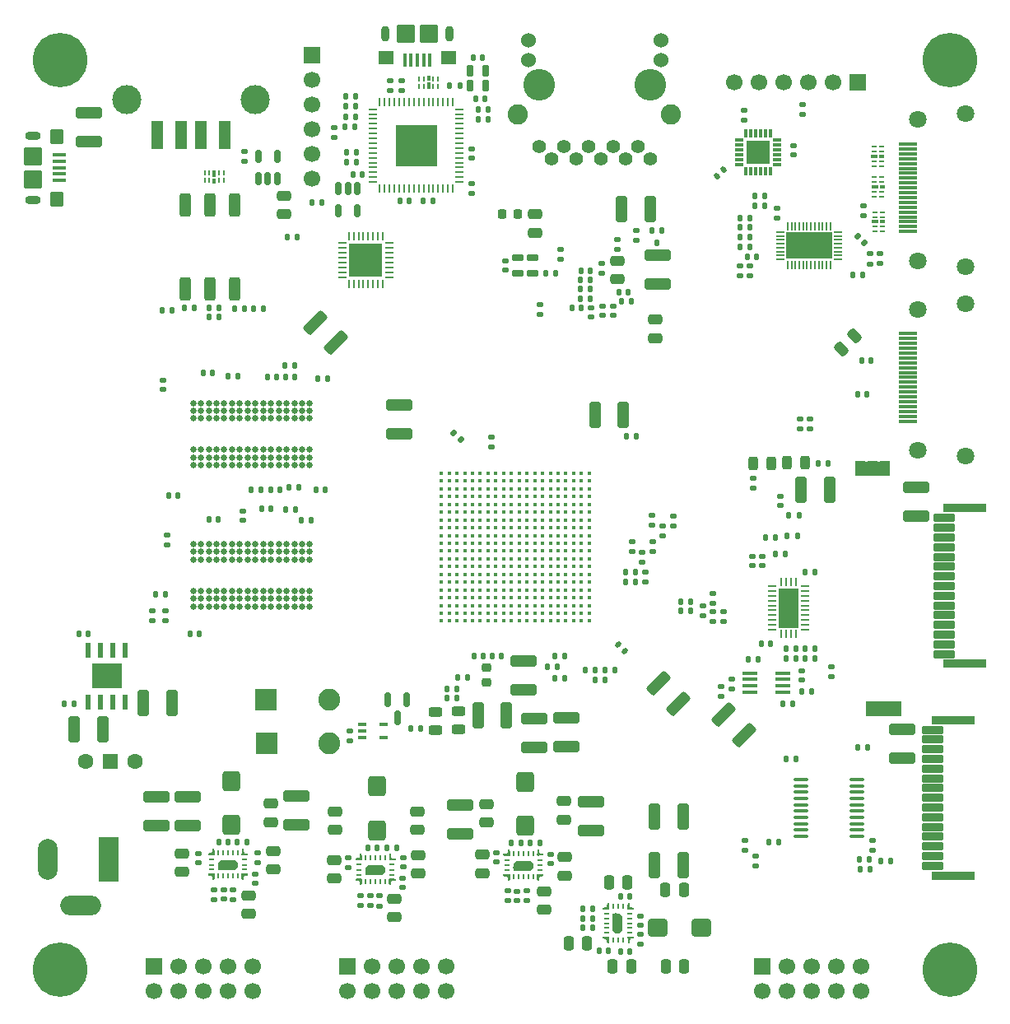
<source format=gbr>
%TF.GenerationSoftware,KiCad,Pcbnew,9.0.4*%
%TF.CreationDate,2025-11-16T17:21:23-06:00*%
%TF.ProjectId,zynq_test,7a796e71-5f74-4657-9374-2e6b69636164,rev?*%
%TF.SameCoordinates,Original*%
%TF.FileFunction,Soldermask,Top*%
%TF.FilePolarity,Negative*%
%FSLAX46Y46*%
G04 Gerber Fmt 4.6, Leading zero omitted, Abs format (unit mm)*
G04 Created by KiCad (PCBNEW 9.0.4) date 2025-11-16 17:21:23*
%MOMM*%
%LPD*%
G01*
G04 APERTURE LIST*
G04 Aperture macros list*
%AMRoundRect*
0 Rectangle with rounded corners*
0 $1 Rounding radius*
0 $2 $3 $4 $5 $6 $7 $8 $9 X,Y pos of 4 corners*
0 Add a 4 corners polygon primitive as box body*
4,1,4,$2,$3,$4,$5,$6,$7,$8,$9,$2,$3,0*
0 Add four circle primitives for the rounded corners*
1,1,$1+$1,$2,$3*
1,1,$1+$1,$4,$5*
1,1,$1+$1,$6,$7*
1,1,$1+$1,$8,$9*
0 Add four rect primitives between the rounded corners*
20,1,$1+$1,$2,$3,$4,$5,0*
20,1,$1+$1,$4,$5,$6,$7,0*
20,1,$1+$1,$6,$7,$8,$9,0*
20,1,$1+$1,$8,$9,$2,$3,0*%
%AMFreePoly0*
4,1,5,0.125000,-0.350000,-0.125000,-0.350000,-0.125000,0.350000,0.125000,0.350000,0.125000,-0.350000,0.125000,-0.350000,$1*%
%AMFreePoly1*
4,1,15,0.224099,1.001301,0.428996,0.784700,0.475000,0.734901,0.475000,-0.734900,0.429001,-0.784697,0.224099,-1.001298,0.174097,-1.050000,-0.174099,-1.050000,-0.224099,-1.001301,-0.428999,-0.784700,-0.474998,-0.734900,-0.474998,1.000001,-0.424998,1.050001,0.174102,1.050001,0.224099,1.001301,0.224099,1.001301,$1*%
G04 Aperture macros list end*
%ADD10C,0.000000*%
%ADD11RoundRect,0.250000X-1.100000X0.325000X-1.100000X-0.325000X1.100000X-0.325000X1.100000X0.325000X0*%
%ADD12RoundRect,0.250000X-0.475000X0.250000X-0.475000X-0.250000X0.475000X-0.250000X0.475000X0.250000X0*%
%ADD13RoundRect,0.250000X0.325000X1.100000X-0.325000X1.100000X-0.325000X-1.100000X0.325000X-1.100000X0*%
%ADD14RoundRect,0.135000X0.185000X-0.135000X0.185000X0.135000X-0.185000X0.135000X-0.185000X-0.135000X0*%
%ADD15RoundRect,0.250000X-0.750000X-0.650000X0.750000X-0.650000X0.750000X0.650000X-0.750000X0.650000X0*%
%ADD16RoundRect,0.125000X-0.125000X0.175000X-0.125000X-0.175000X0.125000X-0.175000X0.125000X0.175000X0*%
%ADD17RoundRect,0.243750X-0.243750X-0.456250X0.243750X-0.456250X0.243750X0.456250X-0.243750X0.456250X0*%
%ADD18RoundRect,0.140000X-0.140000X-0.170000X0.140000X-0.170000X0.140000X0.170000X-0.140000X0.170000X0*%
%ADD19RoundRect,0.135000X-0.135000X-0.185000X0.135000X-0.185000X0.135000X0.185000X-0.135000X0.185000X0*%
%ADD20RoundRect,0.135000X-0.185000X0.135000X-0.185000X-0.135000X0.185000X-0.135000X0.185000X0.135000X0*%
%ADD21RoundRect,0.140000X0.140000X0.170000X-0.140000X0.170000X-0.140000X-0.170000X0.140000X-0.170000X0*%
%ADD22RoundRect,0.243750X0.456250X-0.243750X0.456250X0.243750X-0.456250X0.243750X-0.456250X-0.243750X0*%
%ADD23RoundRect,0.140000X-0.170000X0.140000X-0.170000X-0.140000X0.170000X-0.140000X0.170000X0.140000X0*%
%ADD24RoundRect,0.135000X0.135000X0.185000X-0.135000X0.185000X-0.135000X-0.185000X0.135000X-0.185000X0*%
%ADD25FreePoly0,270.000000*%
%ADD26C,0.258747*%
%ADD27FreePoly0,0.000000*%
%ADD28R,0.599999X0.249999*%
%ADD29FreePoly0,90.000000*%
%ADD30R,0.249999X0.599999*%
%ADD31FreePoly0,180.000000*%
%ADD32C,0.499999*%
%ADD33FreePoly1,0.000000*%
%ADD34RoundRect,0.225000X-0.225000X-0.250000X0.225000X-0.250000X0.225000X0.250000X-0.225000X0.250000X0*%
%ADD35RoundRect,0.135000X0.226274X0.035355X0.035355X0.226274X-0.226274X-0.035355X-0.035355X-0.226274X0*%
%ADD36RoundRect,0.140000X0.170000X-0.140000X0.170000X0.140000X-0.170000X0.140000X-0.170000X-0.140000X0*%
%ADD37RoundRect,0.250000X-0.325000X-1.100000X0.325000X-1.100000X0.325000X1.100000X-0.325000X1.100000X0*%
%ADD38RoundRect,0.140000X-0.021213X0.219203X-0.219203X0.021213X0.021213X-0.219203X0.219203X-0.021213X0*%
%ADD39C,0.400000*%
%ADD40R,0.812800X0.254000*%
%ADD41R,0.254000X0.812800*%
%ADD42R,2.108200X4.089400*%
%ADD43RoundRect,0.250000X0.250000X0.475000X-0.250000X0.475000X-0.250000X-0.475000X0.250000X-0.475000X0*%
%ADD44RoundRect,0.250000X-0.159099X0.512652X-0.512652X0.159099X0.159099X-0.512652X0.512652X-0.159099X0*%
%ADD45RoundRect,0.150000X-0.150000X0.587500X-0.150000X-0.587500X0.150000X-0.587500X0.150000X0.587500X0*%
%ADD46R,1.700000X1.700000*%
%ADD47C,1.700000*%
%ADD48R,1.250000X3.000000*%
%ADD49C,3.000000*%
%ADD50C,5.600000*%
%ADD51RoundRect,0.105000X-0.495000X0.245000X-0.495000X-0.245000X0.495000X-0.245000X0.495000X0.245000X0*%
%ADD52R,1.600000X0.300000*%
%ADD53R,1.500000X1.500000*%
%ADD54C,1.600000*%
%ADD55RoundRect,0.250000X1.007627X0.548008X0.548008X1.007627X-1.007627X-0.548008X-0.548008X-1.007627X0*%
%ADD56RoundRect,0.250000X1.100000X-0.325000X1.100000X0.325000X-1.100000X0.325000X-1.100000X-0.325000X0*%
%ADD57R,0.625000X0.250000*%
%ADD58R,0.700000X0.450000*%
%ADD59R,0.575000X0.450000*%
%ADD60RoundRect,0.062500X-0.062500X0.337500X-0.062500X-0.337500X0.062500X-0.337500X0.062500X0.337500X0*%
%ADD61RoundRect,0.062500X-0.337500X0.062500X-0.337500X-0.062500X0.337500X-0.062500X0.337500X0.062500X0*%
%ADD62R,4.350000X4.350000*%
%ADD63RoundRect,0.140000X-0.219203X-0.021213X-0.021213X-0.219203X0.219203X0.021213X0.021213X0.219203X0*%
%ADD64R,1.000000X1.500000*%
%ADD65R,2.250000X2.250000*%
%ADD66C,2.250000*%
%ADD67FreePoly1,90.000000*%
%ADD68RoundRect,0.102000X1.000000X-0.300000X1.000000X0.300000X-1.000000X0.300000X-1.000000X-0.300000X0*%
%ADD69RoundRect,0.102000X2.100000X-0.350000X2.100000X0.350000X-2.100000X0.350000X-2.100000X-0.350000X0*%
%ADD70C,0.634000*%
%ADD71RoundRect,0.243750X0.243750X0.456250X-0.243750X0.456250X-0.243750X-0.456250X0.243750X-0.456250X0*%
%ADD72RoundRect,0.075000X-0.362500X-0.075000X0.362500X-0.075000X0.362500X0.075000X-0.362500X0.075000X0*%
%ADD73RoundRect,0.075000X-0.075000X-0.362500X0.075000X-0.362500X0.075000X0.362500X-0.075000X0.362500X0*%
%ADD74R,2.450000X2.450000*%
%ADD75RoundRect,0.250000X0.650000X-0.750000X0.650000X0.750000X-0.650000X0.750000X-0.650000X-0.750000X0*%
%ADD76R,0.600000X1.550000*%
%ADD77R,3.100000X2.600000*%
%ADD78RoundRect,0.150000X0.150000X-0.512500X0.150000X0.512500X-0.150000X0.512500X-0.150000X-0.512500X0*%
%ADD79RoundRect,0.105000X0.245000X0.495000X-0.245000X0.495000X-0.245000X-0.495000X0.245000X-0.495000X0*%
%ADD80RoundRect,0.050000X-0.362500X-0.050000X0.362500X-0.050000X0.362500X0.050000X-0.362500X0.050000X0*%
%ADD81RoundRect,0.050000X-0.050000X-0.362500X0.050000X-0.362500X0.050000X0.362500X-0.050000X0.362500X0*%
%ADD82R,4.700000X2.700000*%
%ADD83R,0.250000X0.625000*%
%ADD84R,0.450000X0.700000*%
%ADD85R,0.450000X0.575000*%
%ADD86RoundRect,0.062500X0.337500X0.062500X-0.337500X0.062500X-0.337500X-0.062500X0.337500X-0.062500X0*%
%ADD87RoundRect,0.062500X0.062500X0.337500X-0.062500X0.337500X-0.062500X-0.337500X0.062500X-0.337500X0*%
%ADD88R,3.500000X3.500000*%
%ADD89C,3.251200*%
%ADD90C,1.397000*%
%ADD91C,1.524000*%
%ADD92C,2.082800*%
%ADD93RoundRect,0.250000X-1.007627X-0.548008X-0.548008X-1.007627X1.007627X0.548008X0.548008X1.007627X0*%
%ADD94RoundRect,0.250000X0.310000X-0.970000X0.310000X0.970000X-0.310000X0.970000X-0.310000X-0.970000X0*%
%ADD95R,2.000000X4.600000*%
%ADD96O,2.000000X4.200000*%
%ADD97O,4.200000X2.000000*%
%ADD98RoundRect,0.225000X0.250000X-0.225000X0.250000X0.225000X-0.250000X0.225000X-0.250000X-0.225000X0*%
%ADD99RoundRect,0.100000X-0.575000X0.100000X-0.575000X-0.100000X0.575000X-0.100000X0.575000X0.100000X0*%
%ADD100O,1.600000X0.900000*%
%ADD101RoundRect,0.250000X-0.450000X0.550000X-0.450000X-0.550000X0.450000X-0.550000X0.450000X0.550000X0*%
%ADD102RoundRect,0.250000X-0.700000X0.700000X-0.700000X-0.700000X0.700000X-0.700000X0.700000X0.700000X0*%
%ADD103RoundRect,0.150000X-0.150000X0.512500X-0.150000X-0.512500X0.150000X-0.512500X0.150000X0.512500X0*%
%ADD104RoundRect,0.100000X-0.350000X-0.100000X0.350000X-0.100000X0.350000X0.100000X-0.350000X0.100000X0*%
%ADD105RoundRect,0.100000X0.100000X0.575000X-0.100000X0.575000X-0.100000X-0.575000X0.100000X-0.575000X0*%
%ADD106O,0.900000X1.600000*%
%ADD107RoundRect,0.250000X0.550000X0.450000X-0.550000X0.450000X-0.550000X-0.450000X0.550000X-0.450000X0*%
%ADD108RoundRect,0.250000X0.700000X0.700000X-0.700000X0.700000X-0.700000X-0.700000X0.700000X-0.700000X0*%
%ADD109R,1.900000X0.300000*%
%ADD110C,1.800000*%
%ADD111RoundRect,0.100000X-0.637500X-0.100000X0.637500X-0.100000X0.637500X0.100000X-0.637500X0.100000X0*%
G04 APERTURE END LIST*
D10*
%TO.C,U1403*%
G36*
X138535001Y-125590002D02*
G01*
X138585003Y-125640000D01*
X138585001Y-126165000D01*
X138535001Y-126215002D01*
X138060000Y-126215000D01*
X138010000Y-126165000D01*
X138010000Y-126015000D01*
X138060000Y-125965000D01*
X138235001Y-125965000D01*
X138335001Y-125865001D01*
X138335001Y-125640002D01*
X138385001Y-125590000D01*
X138535001Y-125590002D01*
G37*
G36*
X138585001Y-129015002D02*
G01*
X138585003Y-129540000D01*
X138535001Y-129590002D01*
X138385001Y-129590002D01*
X138334999Y-129540002D01*
X138335001Y-129315001D01*
X138234999Y-129215002D01*
X138060000Y-129215002D01*
X138010000Y-129165002D01*
X138010000Y-129015002D01*
X138060000Y-128965002D01*
X138535001Y-128965000D01*
X138585001Y-129015002D01*
G37*
G36*
X140685001Y-125640000D02*
G01*
X140684999Y-125865001D01*
X140785001Y-125965000D01*
X140960000Y-125965000D01*
X141010000Y-126015000D01*
X141010000Y-126165000D01*
X140960000Y-126215000D01*
X140484999Y-126215002D01*
X140434999Y-126165000D01*
X140434997Y-125640002D01*
X140484999Y-125590000D01*
X140634999Y-125590000D01*
X140685001Y-125640000D01*
G37*
%TO.C,JP1601*%
G36*
X166000000Y-104770000D02*
G01*
X167600000Y-104770000D01*
X167600000Y-106270000D01*
X166000000Y-106270000D01*
X166000000Y-104770000D01*
G37*
%TO.C,U1401*%
G36*
X128354999Y-120150000D02*
G01*
X128355001Y-120625001D01*
X128304999Y-120675001D01*
X127780001Y-120675003D01*
X127729999Y-120625001D01*
X127729999Y-120475001D01*
X127779999Y-120424999D01*
X128005000Y-120425001D01*
X128104999Y-120324999D01*
X128104999Y-120150000D01*
X128154999Y-120100000D01*
X128304999Y-120100000D01*
X128354999Y-120150000D01*
G37*
G36*
X128304999Y-122524999D02*
G01*
X128355001Y-122574999D01*
X128354999Y-123050000D01*
X128304999Y-123100000D01*
X128154999Y-123100000D01*
X128104999Y-123050000D01*
X128104999Y-122874999D01*
X128005000Y-122774999D01*
X127780001Y-122774999D01*
X127729999Y-122724999D01*
X127730001Y-122574999D01*
X127779999Y-122524997D01*
X128304999Y-122524999D01*
G37*
G36*
X131730001Y-122574999D02*
G01*
X131730001Y-122724999D01*
X131680001Y-122775001D01*
X131455000Y-122774999D01*
X131355001Y-122875001D01*
X131355001Y-123050000D01*
X131305001Y-123100000D01*
X131155001Y-123100000D01*
X131105001Y-123050000D01*
X131104999Y-122574999D01*
X131155001Y-122524999D01*
X131679999Y-122524997D01*
X131730001Y-122574999D01*
G37*
%TO.C,U1405*%
G36*
X97975000Y-120080001D02*
G01*
X97975002Y-120555002D01*
X97925000Y-120605002D01*
X97400002Y-120605004D01*
X97350000Y-120555002D01*
X97350000Y-120405002D01*
X97400000Y-120355000D01*
X97625001Y-120355002D01*
X97725000Y-120255000D01*
X97725000Y-120080001D01*
X97775000Y-120030001D01*
X97925000Y-120030001D01*
X97975000Y-120080001D01*
G37*
G36*
X97925000Y-122455000D02*
G01*
X97975002Y-122505000D01*
X97975000Y-122980001D01*
X97925000Y-123030001D01*
X97775000Y-123030001D01*
X97725000Y-122980001D01*
X97725000Y-122805000D01*
X97625001Y-122705000D01*
X97400002Y-122705000D01*
X97350000Y-122655000D01*
X97350002Y-122505000D01*
X97400000Y-122454998D01*
X97925000Y-122455000D01*
G37*
G36*
X101350002Y-122505000D02*
G01*
X101350002Y-122655000D01*
X101300002Y-122705002D01*
X101075001Y-122705000D01*
X100975002Y-122805002D01*
X100975002Y-122980001D01*
X100925002Y-123030001D01*
X100775002Y-123030001D01*
X100725002Y-122980001D01*
X100725000Y-122505000D01*
X100775002Y-122455000D01*
X101300000Y-122454998D01*
X101350002Y-122505000D01*
G37*
%TO.C,JP1701*%
G36*
X164840000Y-80090000D02*
G01*
X166440000Y-80090000D01*
X166440000Y-81590000D01*
X164840000Y-81590000D01*
X164840000Y-80090000D01*
G37*
%TO.C,U1402*%
G36*
X113150001Y-120620000D02*
G01*
X113150003Y-121095001D01*
X113100001Y-121145001D01*
X112575003Y-121145003D01*
X112525001Y-121095001D01*
X112525001Y-120945001D01*
X112575001Y-120894999D01*
X112800002Y-120895001D01*
X112900001Y-120794999D01*
X112900001Y-120620000D01*
X112950001Y-120570000D01*
X113100001Y-120570000D01*
X113150001Y-120620000D01*
G37*
G36*
X113100001Y-122994999D02*
G01*
X113150003Y-123044999D01*
X113150001Y-123520000D01*
X113100001Y-123570000D01*
X112950001Y-123570000D01*
X112900001Y-123520000D01*
X112900001Y-123344999D01*
X112800002Y-123244999D01*
X112575003Y-123244999D01*
X112525001Y-123194999D01*
X112525003Y-123044999D01*
X112575001Y-122994997D01*
X113100001Y-122994999D01*
G37*
G36*
X116525003Y-123044999D02*
G01*
X116525003Y-123194999D01*
X116475003Y-123245001D01*
X116250002Y-123244999D01*
X116150003Y-123345001D01*
X116150003Y-123520000D01*
X116100003Y-123570000D01*
X115950003Y-123570000D01*
X115900003Y-123520000D01*
X115900001Y-123044999D01*
X115950003Y-122994999D01*
X116475001Y-122994997D01*
X116525003Y-123044999D01*
G37*
%TD*%
D11*
%TO.C,C1445*%
X92000000Y-114625000D03*
X92000000Y-117575000D03*
%TD*%
%TO.C,C1444*%
X95200000Y-114625000D03*
X95200000Y-117575000D03*
%TD*%
D12*
%TO.C,C1007*%
X105080000Y-52750000D03*
X105080000Y-54650000D03*
%TD*%
%TO.C,C1402*%
X110270000Y-121090000D03*
X110270000Y-122990000D03*
%TD*%
%TO.C,C1427*%
X125980000Y-115330000D03*
X125980000Y-117230000D03*
%TD*%
D13*
%TO.C,C603*%
X146150000Y-116600000D03*
X143200000Y-116600000D03*
%TD*%
D14*
%TO.C,R813*%
X158210000Y-76750000D03*
X158210000Y-75730000D03*
%TD*%
D15*
%TO.C,L1403*%
X143550000Y-128050000D03*
X148050000Y-128050000D03*
%TD*%
D14*
%TO.C,R1207*%
X153650000Y-121710000D03*
X153650000Y-120690000D03*
%TD*%
D16*
%TO.C,Q1101*%
X143940000Y-56330000D03*
X142940000Y-56330000D03*
X143440000Y-57630000D03*
%TD*%
D17*
%TO.C,D1302*%
X153372500Y-80260000D03*
X155247500Y-80260000D03*
%TD*%
D18*
%TO.C,C703*%
X119440000Y-53300000D03*
X120400000Y-53300000D03*
%TD*%
D19*
%TO.C,R708*%
X111420000Y-43560000D03*
X112440000Y-43560000D03*
%TD*%
D20*
%TO.C,R1208*%
X152550000Y-119040000D03*
X152550000Y-120060000D03*
%TD*%
D14*
%TO.C,R833*%
X165380000Y-59770000D03*
X165380000Y-58750000D03*
%TD*%
D12*
%TO.C,C1446*%
X103750000Y-115300000D03*
X103750000Y-117200000D03*
%TD*%
D21*
%TO.C,C538*%
X107870000Y-86170000D03*
X106910000Y-86170000D03*
%TD*%
D20*
%TO.C,R1409*%
X130050000Y-124270000D03*
X130050000Y-125290000D03*
%TD*%
D21*
%TO.C,C517*%
X109580000Y-71560000D03*
X108620000Y-71560000D03*
%TD*%
D19*
%TO.C,R1202*%
X166490000Y-121210000D03*
X167510000Y-121210000D03*
%TD*%
D22*
%TO.C,D1401*%
X120720000Y-107717500D03*
X120720000Y-105842500D03*
%TD*%
D21*
%TO.C,C532*%
X96420000Y-97810000D03*
X95460000Y-97810000D03*
%TD*%
D19*
%TO.C,R1721*%
X156770000Y-100400000D03*
X157790000Y-100400000D03*
%TD*%
D23*
%TO.C,C527*%
X92660000Y-71750000D03*
X92660000Y-72710000D03*
%TD*%
D14*
%TO.C,R1730*%
X161440000Y-102210000D03*
X161440000Y-101190000D03*
%TD*%
D24*
%TO.C,R1203*%
X165340000Y-121060000D03*
X164320000Y-121060000D03*
%TD*%
D21*
%TO.C,C519*%
X100340000Y-71320000D03*
X99380000Y-71320000D03*
%TD*%
D25*
%TO.C,U1403*%
X138230000Y-126090001D03*
D26*
X138350000Y-125990001D03*
D27*
X138460000Y-125865003D03*
D28*
X138310000Y-126590000D03*
X138310000Y-127090002D03*
X138310000Y-127590001D03*
X138310000Y-128090000D03*
X138310000Y-128590002D03*
D29*
X138240000Y-129090001D03*
D26*
X138360000Y-129190001D03*
D27*
X138460000Y-129310001D03*
D30*
X138960001Y-129290000D03*
X139460000Y-129290000D03*
X140009999Y-129290000D03*
D31*
X140560000Y-129320001D03*
D26*
X140578748Y-129158751D03*
X140680000Y-129194999D03*
D29*
X140790000Y-129090001D03*
D28*
X140710000Y-128590002D03*
X140710000Y-128090000D03*
X140710000Y-127590001D03*
X140710000Y-127090002D03*
X140710000Y-126590000D03*
D31*
X140560000Y-125860001D03*
D26*
X140660000Y-125980001D03*
D25*
X140789373Y-126090001D03*
D30*
X140009999Y-125890002D03*
X139460000Y-125890002D03*
X138960001Y-125890002D03*
D32*
X139210001Y-126800000D03*
X139210001Y-127350001D03*
X139210001Y-127900000D03*
D33*
X139434999Y-127590009D03*
D32*
X139660000Y-127075001D03*
X139660000Y-127625002D03*
X139660000Y-128175001D03*
%TD*%
D34*
%TO.C,L1101*%
X127585000Y-54630000D03*
X129135000Y-54630000D03*
%TD*%
D23*
%TO.C,C536*%
X93090000Y-87690000D03*
X93090000Y-88650000D03*
%TD*%
D35*
%TO.C,R206*%
X123290624Y-77870624D03*
X122569376Y-77149376D03*
%TD*%
D20*
%TO.C,R805*%
X164680000Y-53790000D03*
X164680000Y-54810000D03*
%TD*%
D18*
%TO.C,C1116*%
X135630000Y-62370000D03*
X136590000Y-62370000D03*
%TD*%
D21*
%TO.C,C502*%
X106270000Y-85050000D03*
X105310000Y-85050000D03*
%TD*%
D18*
%TO.C,C525*%
X108380000Y-83010000D03*
X109340000Y-83010000D03*
%TD*%
D12*
%TO.C,C1441*%
X101510000Y-124710000D03*
X101510000Y-126610000D03*
%TD*%
D36*
%TO.C,C1102*%
X138950000Y-65090000D03*
X138950000Y-64130000D03*
%TD*%
D37*
%TO.C,C542*%
X90655000Y-104900000D03*
X93605000Y-104900000D03*
%TD*%
D24*
%TO.C,R712*%
X112590000Y-48260000D03*
X111570000Y-48260000D03*
%TD*%
D19*
%TO.C,R718*%
X125080000Y-44900000D03*
X126100000Y-44900000D03*
%TD*%
D35*
%TO.C,R804*%
X164840624Y-57650624D03*
X164119376Y-56929376D03*
%TD*%
D38*
%TO.C,C901*%
X150339411Y-50110589D03*
X149660589Y-50789411D03*
%TD*%
D19*
%TO.C,R203*%
X97440000Y-65250000D03*
X98460000Y-65250000D03*
%TD*%
D36*
%TO.C,C1707*%
X158370000Y-102580000D03*
X158370000Y-101620000D03*
%TD*%
D24*
%TO.C,R1608*%
X133984750Y-102384750D03*
X132964750Y-102384750D03*
%TD*%
%TO.C,R818*%
X153010000Y-58020000D03*
X151990000Y-58020000D03*
%TD*%
D21*
%TO.C,C1411*%
X140710000Y-124870000D03*
X139750000Y-124870000D03*
%TD*%
D39*
%TO.C,U202*%
X121300000Y-81310000D03*
X122100000Y-81310000D03*
X122900000Y-81310000D03*
X123700000Y-81310000D03*
X124500000Y-81310000D03*
X125300000Y-81310000D03*
X126100000Y-81310000D03*
X126900000Y-81310000D03*
X127700000Y-81310000D03*
X128500000Y-81310000D03*
X129300000Y-81310000D03*
X130100000Y-81310000D03*
X130900000Y-81310000D03*
X131700000Y-81310000D03*
X132500000Y-81310000D03*
X133300000Y-81310000D03*
X134100000Y-81310000D03*
X134900000Y-81310000D03*
X135700000Y-81310000D03*
X136500000Y-81310000D03*
X121300000Y-82110000D03*
X122100000Y-82110000D03*
X122900000Y-82110000D03*
X123700000Y-82110000D03*
X124500000Y-82110000D03*
X125300000Y-82110000D03*
X126100000Y-82110000D03*
X126900000Y-82110000D03*
X127700000Y-82110000D03*
X128500000Y-82110000D03*
X129300000Y-82110000D03*
X130100000Y-82110000D03*
X130900000Y-82110000D03*
X131700000Y-82110000D03*
X132500000Y-82110000D03*
X133300000Y-82110000D03*
X134100000Y-82110000D03*
X134900000Y-82110000D03*
X135700000Y-82110000D03*
X136500000Y-82110000D03*
X121300000Y-82910000D03*
X122100000Y-82910000D03*
X122900000Y-82910000D03*
X123700000Y-82910000D03*
X124500000Y-82910000D03*
X125300000Y-82910000D03*
X126100000Y-82910000D03*
X126900000Y-82910000D03*
X127700000Y-82910000D03*
X128500000Y-82910000D03*
X129300000Y-82910000D03*
X130100000Y-82910000D03*
X130900000Y-82910000D03*
X131700000Y-82910000D03*
X132500000Y-82910000D03*
X133300000Y-82910000D03*
X134100000Y-82910000D03*
X134900000Y-82910000D03*
X135700000Y-82910000D03*
X136500000Y-82910000D03*
X121300000Y-83710000D03*
X122100000Y-83710000D03*
X122900000Y-83710000D03*
X123700000Y-83710000D03*
X124500000Y-83710000D03*
X125300000Y-83710000D03*
X126100000Y-83710000D03*
X126900000Y-83710000D03*
X127700000Y-83710000D03*
X128500000Y-83710000D03*
X129300000Y-83710000D03*
X130100000Y-83710000D03*
X130900000Y-83710000D03*
X131700000Y-83710000D03*
X132500000Y-83710000D03*
X133300000Y-83710000D03*
X134100000Y-83710000D03*
X134900000Y-83710000D03*
X135700000Y-83710000D03*
X136500000Y-83710000D03*
X121300000Y-84510000D03*
X122100000Y-84510000D03*
X122900000Y-84510000D03*
X123700000Y-84510000D03*
X124500000Y-84510000D03*
X125300000Y-84510000D03*
X126100000Y-84510000D03*
X126900000Y-84510000D03*
X127700000Y-84510000D03*
X128500000Y-84510000D03*
X129300000Y-84510000D03*
X130100000Y-84510000D03*
X130900000Y-84510000D03*
X131700000Y-84510000D03*
X132500000Y-84510000D03*
X133300000Y-84510000D03*
X134100000Y-84510000D03*
X134900000Y-84510000D03*
X135700000Y-84510000D03*
X136500000Y-84510000D03*
X121300000Y-85310000D03*
X122100000Y-85310000D03*
X122900000Y-85310000D03*
X123700000Y-85310000D03*
X124500000Y-85310000D03*
X125300000Y-85310000D03*
X126100000Y-85310000D03*
X126900000Y-85310000D03*
X127700000Y-85310000D03*
X128500000Y-85310000D03*
X129300000Y-85310000D03*
X130100000Y-85310000D03*
X130900000Y-85310000D03*
X131700000Y-85310000D03*
X132500000Y-85310000D03*
X133300000Y-85310000D03*
X134100000Y-85310000D03*
X134900000Y-85310000D03*
X135700000Y-85310000D03*
X136500000Y-85310000D03*
X121300000Y-86110000D03*
X122100000Y-86110000D03*
X122900000Y-86110000D03*
X123700000Y-86110000D03*
X124500000Y-86110000D03*
X125300000Y-86110000D03*
X126100000Y-86110000D03*
X126900000Y-86110000D03*
X127700000Y-86110000D03*
X128500000Y-86110000D03*
X129300000Y-86110000D03*
X130100000Y-86110000D03*
X130900000Y-86110000D03*
X131700000Y-86110000D03*
X132500000Y-86110000D03*
X133300000Y-86110000D03*
X134100000Y-86110000D03*
X134900000Y-86110000D03*
X135700000Y-86110000D03*
X136500000Y-86110000D03*
X121300000Y-86910000D03*
X122100000Y-86910000D03*
X122900000Y-86910000D03*
X123700000Y-86910000D03*
X124500000Y-86910000D03*
X125300000Y-86910000D03*
X126100000Y-86910000D03*
X126900000Y-86910000D03*
X127700000Y-86910000D03*
X128500000Y-86910000D03*
X129300000Y-86910000D03*
X130100000Y-86910000D03*
X130900000Y-86910000D03*
X131700000Y-86910000D03*
X132500000Y-86910000D03*
X133300000Y-86910000D03*
X134100000Y-86910000D03*
X134900000Y-86910000D03*
X135700000Y-86910000D03*
X136500000Y-86910000D03*
X121300000Y-87710000D03*
X122100000Y-87710000D03*
X122900000Y-87710000D03*
X123700000Y-87710000D03*
X124500000Y-87710000D03*
X125300000Y-87710000D03*
X126100000Y-87710000D03*
X126900000Y-87710000D03*
X127700000Y-87710000D03*
X128500000Y-87710000D03*
X129300000Y-87710000D03*
X130100000Y-87710000D03*
X130900000Y-87710000D03*
X131700000Y-87710000D03*
X132500000Y-87710000D03*
X133300000Y-87710000D03*
X134100000Y-87710000D03*
X134900000Y-87710000D03*
X135700000Y-87710000D03*
X136500000Y-87710000D03*
X121300000Y-88510000D03*
X122100000Y-88510000D03*
X122900000Y-88510000D03*
X123700000Y-88510000D03*
X124500000Y-88510000D03*
X125300000Y-88510000D03*
X126100000Y-88510000D03*
X126900000Y-88510000D03*
X127700000Y-88510000D03*
X128500000Y-88510000D03*
X129300000Y-88510000D03*
X130100000Y-88510000D03*
X130900000Y-88510000D03*
X131700000Y-88510000D03*
X132500000Y-88510000D03*
X133300000Y-88510000D03*
X134100000Y-88510000D03*
X134900000Y-88510000D03*
X135700000Y-88510000D03*
X136500000Y-88510000D03*
X121300000Y-89310000D03*
X122100000Y-89310000D03*
X122900000Y-89310000D03*
X123700000Y-89310000D03*
X124500000Y-89310000D03*
X125300000Y-89310000D03*
X126100000Y-89310000D03*
X126900000Y-89310000D03*
X127700000Y-89310000D03*
X128500000Y-89310000D03*
X129300000Y-89310000D03*
X130100000Y-89310000D03*
X130900000Y-89310000D03*
X131700000Y-89310000D03*
X132500000Y-89310000D03*
X133300000Y-89310000D03*
X134100000Y-89310000D03*
X134900000Y-89310000D03*
X135700000Y-89310000D03*
X136500000Y-89310000D03*
X121300000Y-90110000D03*
X122100000Y-90110000D03*
X122900000Y-90110000D03*
X123700000Y-90110000D03*
X124500000Y-90110000D03*
X125300000Y-90110000D03*
X126100000Y-90110000D03*
X126900000Y-90110000D03*
X127700000Y-90110000D03*
X128500000Y-90110000D03*
X129300000Y-90110000D03*
X130100000Y-90110000D03*
X130900000Y-90110000D03*
X131700000Y-90110000D03*
X132500000Y-90110000D03*
X133300000Y-90110000D03*
X134100000Y-90110000D03*
X134900000Y-90110000D03*
X135700000Y-90110000D03*
X136500000Y-90110000D03*
X121300000Y-90910000D03*
X122100000Y-90910000D03*
X122900000Y-90910000D03*
X123700000Y-90910000D03*
X124500000Y-90910000D03*
X125300000Y-90910000D03*
X126100000Y-90910000D03*
X126900000Y-90910000D03*
X127700000Y-90910000D03*
X128500000Y-90910000D03*
X129300000Y-90910000D03*
X130100000Y-90910000D03*
X130900000Y-90910000D03*
X131700000Y-90910000D03*
X132500000Y-90910000D03*
X133300000Y-90910000D03*
X134100000Y-90910000D03*
X134900000Y-90910000D03*
X135700000Y-90910000D03*
X136500000Y-90910000D03*
X121300000Y-91710000D03*
X122100000Y-91710000D03*
X122900000Y-91710000D03*
X123700000Y-91710000D03*
X124500000Y-91710000D03*
X125300000Y-91710000D03*
X126100000Y-91710000D03*
X126900000Y-91710000D03*
X127700000Y-91710000D03*
X128500000Y-91710000D03*
X129300000Y-91710000D03*
X130100000Y-91710000D03*
X130900000Y-91710000D03*
X131700000Y-91710000D03*
X132500000Y-91710000D03*
X133300000Y-91710000D03*
X134100000Y-91710000D03*
X134900000Y-91710000D03*
X135700000Y-91710000D03*
X136500000Y-91710000D03*
X121300000Y-92510000D03*
X122100000Y-92510000D03*
X122900000Y-92510000D03*
X123700000Y-92510000D03*
X124500000Y-92510000D03*
X125300000Y-92510000D03*
X126100000Y-92510000D03*
X126900000Y-92510000D03*
X127700000Y-92510000D03*
X128500000Y-92510000D03*
X129300000Y-92510000D03*
X130100000Y-92510000D03*
X130900000Y-92510000D03*
X131700000Y-92510000D03*
X132500000Y-92510000D03*
X133300000Y-92510000D03*
X134100000Y-92510000D03*
X134900000Y-92510000D03*
X135700000Y-92510000D03*
X136500000Y-92510000D03*
X121300000Y-93310000D03*
X122100000Y-93310000D03*
X122900000Y-93310000D03*
X123700000Y-93310000D03*
X124500000Y-93310000D03*
X125300000Y-93310000D03*
X126100000Y-93310000D03*
X126900000Y-93310000D03*
X127700000Y-93310000D03*
X128500000Y-93310000D03*
X129300000Y-93310000D03*
X130100000Y-93310000D03*
X130900000Y-93310000D03*
X131700000Y-93310000D03*
X132500000Y-93310000D03*
X133300000Y-93310000D03*
X134100000Y-93310000D03*
X134900000Y-93310000D03*
X135700000Y-93310000D03*
X136500000Y-93310000D03*
X121300000Y-94110000D03*
X122100000Y-94110000D03*
X122900000Y-94110000D03*
X123700000Y-94110000D03*
X124500000Y-94110000D03*
X125300000Y-94110000D03*
X126100000Y-94110000D03*
X126900000Y-94110000D03*
X127700000Y-94110000D03*
X128500000Y-94110000D03*
X129300000Y-94110000D03*
X130100000Y-94110000D03*
X130900000Y-94110000D03*
X131700000Y-94110000D03*
X132500000Y-94110000D03*
X133300000Y-94110000D03*
X134100000Y-94110000D03*
X134900000Y-94110000D03*
X135700000Y-94110000D03*
X136500000Y-94110000D03*
X121300000Y-94910000D03*
X122100000Y-94910000D03*
X122900000Y-94910000D03*
X123700000Y-94910000D03*
X124500000Y-94910000D03*
X125300000Y-94910000D03*
X126100000Y-94910000D03*
X126900000Y-94910000D03*
X127700000Y-94910000D03*
X128500000Y-94910000D03*
X129300000Y-94910000D03*
X130100000Y-94910000D03*
X130900000Y-94910000D03*
X131700000Y-94910000D03*
X132500000Y-94910000D03*
X133300000Y-94910000D03*
X134100000Y-94910000D03*
X134900000Y-94910000D03*
X135700000Y-94910000D03*
X136500000Y-94910000D03*
X121300000Y-95710000D03*
X122100000Y-95710000D03*
X122900000Y-95710000D03*
X123700000Y-95710000D03*
X124500000Y-95710000D03*
X125300000Y-95710000D03*
X126100000Y-95710000D03*
X126900000Y-95710000D03*
X127700000Y-95710000D03*
X128500000Y-95710000D03*
X129300000Y-95710000D03*
X130100000Y-95710000D03*
X130900000Y-95710000D03*
X131700000Y-95710000D03*
X132500000Y-95710000D03*
X133300000Y-95710000D03*
X134100000Y-95710000D03*
X134900000Y-95710000D03*
X135700000Y-95710000D03*
X136500000Y-95710000D03*
X121300000Y-96510000D03*
X122100000Y-96510000D03*
X122900000Y-96510000D03*
X123700000Y-96510000D03*
X124500000Y-96510000D03*
X125300000Y-96510000D03*
X126100000Y-96510000D03*
X126900000Y-96510000D03*
X127700000Y-96510000D03*
X128500000Y-96510000D03*
X129300000Y-96510000D03*
X130100000Y-96510000D03*
X130900000Y-96510000D03*
X131700000Y-96510000D03*
X132500000Y-96510000D03*
X133300000Y-96510000D03*
X134100000Y-96510000D03*
X134900000Y-96510000D03*
X135700000Y-96510000D03*
X136500000Y-96510000D03*
%TD*%
D21*
%TO.C,C1702*%
X155170000Y-98810000D03*
X154210000Y-98810000D03*
%TD*%
D40*
%TO.C,U1701*%
X155308200Y-92909433D03*
X155308200Y-93409559D03*
X155308200Y-93909685D03*
X155308200Y-94409811D03*
X155308200Y-94909937D03*
X155308200Y-95410063D03*
X155308200Y-95910189D03*
X155308200Y-96410315D03*
X155308200Y-96910441D03*
X155308200Y-97410567D03*
D41*
X156259811Y-97852400D03*
X156759937Y-97852400D03*
X157260063Y-97852400D03*
X157760189Y-97852400D03*
D40*
X158711800Y-97410567D03*
X158711800Y-96910441D03*
X158711800Y-96410315D03*
X158711800Y-95910189D03*
X158711800Y-95410063D03*
X158711800Y-94909937D03*
X158711800Y-94409811D03*
X158711800Y-93909685D03*
X158711800Y-93409559D03*
X158711800Y-92909433D03*
D41*
X157760189Y-92467600D03*
X157260063Y-92467600D03*
X156759937Y-92467600D03*
X156259811Y-92467600D03*
D42*
X157010000Y-95160000D03*
%TD*%
D43*
%TO.C,C1401*%
X140430000Y-123390000D03*
X138530000Y-123390000D03*
%TD*%
D11*
%TO.C,C1606*%
X168730000Y-107665000D03*
X168730000Y-110615000D03*
%TD*%
D19*
%TO.C,R1728*%
X155640000Y-89650000D03*
X156660000Y-89650000D03*
%TD*%
D21*
%TO.C,C529*%
X97750000Y-71010000D03*
X96790000Y-71010000D03*
%TD*%
D44*
%TO.C,C803*%
X163801751Y-67188249D03*
X162458249Y-68531751D03*
%TD*%
D45*
%TO.C,Q1401*%
X117720000Y-104602500D03*
X115820000Y-104602500D03*
X116770000Y-106477500D03*
%TD*%
D13*
%TO.C,C1451*%
X146175000Y-121600000D03*
X143225000Y-121600000D03*
%TD*%
D46*
%TO.C,J1302*%
X154280000Y-132060000D03*
D47*
X154280000Y-134600000D03*
X156820000Y-132060000D03*
X156820000Y-134600000D03*
X159360000Y-132060000D03*
X159360000Y-134600000D03*
X161900000Y-132060000D03*
X161900000Y-134600000D03*
X164440000Y-132060000D03*
X164440000Y-134600000D03*
%TD*%
D21*
%TO.C,C544*%
X84980000Y-97800000D03*
X84020000Y-97800000D03*
%TD*%
D20*
%TO.C,R1420*%
X99890000Y-124170000D03*
X99890000Y-125190000D03*
%TD*%
D24*
%TO.C,R1413*%
X136850000Y-128070000D03*
X135830000Y-128070000D03*
%TD*%
D11*
%TO.C,C632*%
X116980000Y-74285000D03*
X116980000Y-77235000D03*
%TD*%
D24*
%TO.C,R1601*%
X139160000Y-101540000D03*
X138140000Y-101540000D03*
%TD*%
D48*
%TO.C,J1001*%
X99050000Y-46520000D03*
X96550000Y-46520000D03*
X94550000Y-46520000D03*
X92050000Y-46520000D03*
D49*
X102120000Y-42840000D03*
X88980000Y-42840000D03*
%TD*%
D23*
%TO.C,C1439*%
X102390000Y-120370000D03*
X102390000Y-121330000D03*
%TD*%
D12*
%TO.C,C1403*%
X133970000Y-120800000D03*
X133970000Y-122700000D03*
%TD*%
D50*
%TO.C,H101*%
X82060000Y-38820000D03*
%TD*%
D20*
%TO.C,R1718*%
X149250000Y-93700000D03*
X149250000Y-94720000D03*
%TD*%
D51*
%TO.C,U1101*%
X129147500Y-59115000D03*
X129147500Y-60765000D03*
X130647500Y-60765000D03*
X130647500Y-59115000D03*
%TD*%
D24*
%TO.C,R711*%
X109010000Y-53500000D03*
X107990000Y-53500000D03*
%TD*%
D13*
%TO.C,C302*%
X128005000Y-106240000D03*
X125055000Y-106240000D03*
%TD*%
D21*
%TO.C,C522*%
X98370000Y-86080000D03*
X97410000Y-86080000D03*
%TD*%
D36*
%TO.C,C1117*%
X137900000Y-65090000D03*
X137900000Y-64130000D03*
%TD*%
D14*
%TO.C,R1717*%
X150330000Y-96590000D03*
X150330000Y-95570000D03*
%TD*%
D13*
%TO.C,C540*%
X86475000Y-107650000D03*
X83525000Y-107650000D03*
%TD*%
D18*
%TO.C,C507*%
X105270000Y-71390000D03*
X106230000Y-71390000D03*
%TD*%
D43*
%TO.C,C1434*%
X146250000Y-124180000D03*
X144350000Y-124180000D03*
%TD*%
D18*
%TO.C,C1419*%
X128520000Y-119350000D03*
X129480000Y-119350000D03*
%TD*%
D19*
%TO.C,R710*%
X111380000Y-45710000D03*
X112400000Y-45710000D03*
%TD*%
D20*
%TO.C,R702*%
X110280000Y-45740000D03*
X110280000Y-46760000D03*
%TD*%
D24*
%TO.C,R220*%
X98460000Y-64300000D03*
X97440000Y-64300000D03*
%TD*%
D19*
%TO.C,R1303*%
X160090000Y-80270000D03*
X161110000Y-80270000D03*
%TD*%
D21*
%TO.C,C702*%
X113140000Y-50590000D03*
X112180000Y-50590000D03*
%TD*%
D24*
%TO.C,R1201*%
X165360000Y-122080000D03*
X164340000Y-122080000D03*
%TD*%
D21*
%TO.C,C713*%
X125520000Y-38530000D03*
X124560000Y-38530000D03*
%TD*%
D36*
%TO.C,C1703*%
X153310000Y-90790000D03*
X153310000Y-89830000D03*
%TD*%
D24*
%TO.C,R221*%
X101010000Y-64400000D03*
X99990000Y-64400000D03*
%TD*%
D36*
%TO.C,C1704*%
X154310000Y-90790000D03*
X154310000Y-89830000D03*
%TD*%
D14*
%TO.C,R1507*%
X145120000Y-86760000D03*
X145120000Y-85740000D03*
%TD*%
D18*
%TO.C,C539*%
X105230000Y-70210000D03*
X106190000Y-70210000D03*
%TD*%
%TO.C,C813*%
X164540000Y-69750000D03*
X165500000Y-69750000D03*
%TD*%
D19*
%TO.C,R1726*%
X156880000Y-87730000D03*
X157900000Y-87730000D03*
%TD*%
D46*
%TO.C,J701*%
X107970000Y-38280000D03*
D47*
X107970000Y-40820000D03*
X107970000Y-43360000D03*
X107970000Y-45900000D03*
X107970000Y-48440000D03*
X107970000Y-50980000D03*
%TD*%
D19*
%TO.C,R1603*%
X132934750Y-100074750D03*
X133954750Y-100074750D03*
%TD*%
D24*
%TO.C,R836*%
X153010000Y-56040000D03*
X151990000Y-56040000D03*
%TD*%
D18*
%TO.C,C1701*%
X158730000Y-91490000D03*
X159690000Y-91490000D03*
%TD*%
D21*
%TO.C,C512*%
X103790000Y-84960000D03*
X102830000Y-84960000D03*
%TD*%
D14*
%TO.C,R1118*%
X133550000Y-59330000D03*
X133550000Y-58310000D03*
%TD*%
D36*
%TO.C,C1706*%
X151150000Y-103480000D03*
X151150000Y-102520000D03*
%TD*%
D52*
%TO.C,U1702*%
X153030000Y-101852500D03*
X153030000Y-102502500D03*
X153030000Y-103152500D03*
X153030000Y-103802500D03*
X156430000Y-103802500D03*
X156430000Y-103152500D03*
X156430000Y-102502500D03*
X156430000Y-101852500D03*
%TD*%
D14*
%TO.C,R1508*%
X143050000Y-89390000D03*
X143050000Y-88370000D03*
%TD*%
D12*
%TO.C,C1405*%
X118910000Y-120580000D03*
X118910000Y-122480000D03*
%TD*%
D53*
%TO.C,SW1401*%
X87240000Y-110920000D03*
D54*
X84700000Y-110920000D03*
X89780000Y-110920000D03*
%TD*%
D55*
%TO.C,C619*%
X110452983Y-67892983D03*
X108367017Y-65807017D03*
%TD*%
D56*
%TO.C,C1705*%
X170130000Y-85725000D03*
X170130000Y-82775000D03*
%TD*%
D36*
%TO.C,C810*%
X155820000Y-55040000D03*
X155820000Y-54080000D03*
%TD*%
D11*
%TO.C,C633*%
X129730000Y-100615000D03*
X129730000Y-103565000D03*
%TD*%
D43*
%TO.C,C1404*%
X140820000Y-132000000D03*
X138920000Y-132000000D03*
%TD*%
D23*
%TO.C,C1440*%
X111920000Y-107850000D03*
X111920000Y-108810000D03*
%TD*%
D18*
%TO.C,C515*%
X105640000Y-82790000D03*
X106600000Y-82790000D03*
%TD*%
D57*
%TO.C,U808*%
X165885000Y-54450000D03*
X165885000Y-54950000D03*
D58*
X165922500Y-55450000D03*
D57*
X165885000Y-55950000D03*
X165885000Y-56450000D03*
X166660000Y-56450000D03*
X166660000Y-55950000D03*
D59*
X166685000Y-55450000D03*
D57*
X166660000Y-54950000D03*
X166660000Y-54450000D03*
%TD*%
D60*
%TO.C,U702*%
X122470000Y-43160000D03*
X121970000Y-43160000D03*
X121470000Y-43160000D03*
X120970000Y-43160000D03*
X120470000Y-43160000D03*
X119970000Y-43160000D03*
X119470000Y-43160000D03*
X118970000Y-43160000D03*
X118470000Y-43160000D03*
X117970000Y-43160000D03*
X117470000Y-43160000D03*
X116970000Y-43160000D03*
X116470000Y-43160000D03*
X115970000Y-43160000D03*
X115470000Y-43160000D03*
X114970000Y-43160000D03*
D61*
X114270000Y-43860000D03*
X114270000Y-44360000D03*
X114270000Y-44860000D03*
X114270000Y-45360000D03*
X114270000Y-45860000D03*
X114270000Y-46360000D03*
X114270000Y-46860000D03*
X114270000Y-47360000D03*
X114270000Y-47860000D03*
X114270000Y-48360000D03*
X114270000Y-48860000D03*
X114270000Y-49360000D03*
X114270000Y-49860000D03*
X114270000Y-50360000D03*
X114270000Y-50860000D03*
X114270000Y-51360000D03*
D60*
X114970000Y-52060000D03*
X115470000Y-52060000D03*
X115970000Y-52060000D03*
X116470000Y-52060000D03*
X116970000Y-52060000D03*
X117470000Y-52060000D03*
X117970000Y-52060000D03*
X118470000Y-52060000D03*
X118970000Y-52060000D03*
X119470000Y-52060000D03*
X119970000Y-52060000D03*
X120470000Y-52060000D03*
X120970000Y-52060000D03*
X121470000Y-52060000D03*
X121970000Y-52060000D03*
X122470000Y-52060000D03*
D61*
X123170000Y-51360000D03*
X123170000Y-50860000D03*
X123170000Y-50360000D03*
X123170000Y-49860000D03*
X123170000Y-49360000D03*
X123170000Y-48860000D03*
X123170000Y-48360000D03*
X123170000Y-47860000D03*
X123170000Y-47360000D03*
X123170000Y-46860000D03*
X123170000Y-46360000D03*
X123170000Y-45860000D03*
X123170000Y-45360000D03*
X123170000Y-44860000D03*
X123170000Y-44360000D03*
X123170000Y-43860000D03*
D62*
X118720000Y-47610000D03*
%TD*%
D12*
%TO.C,C1436*%
X94570000Y-120390000D03*
X94570000Y-122290000D03*
%TD*%
D50*
%TO.C,H104*%
X173600000Y-132400000D03*
%TD*%
D11*
%TO.C,C1119*%
X143590000Y-58910000D03*
X143590000Y-61860000D03*
%TD*%
D21*
%TO.C,C807*%
X153740000Y-59020000D03*
X152780000Y-59020000D03*
%TD*%
%TO.C,C1407*%
X140690000Y-130500000D03*
X139730000Y-130500000D03*
%TD*%
D20*
%TO.C,R814*%
X159210000Y-75740000D03*
X159210000Y-76760000D03*
%TD*%
D21*
%TO.C,C545*%
X83485000Y-105060000D03*
X82525000Y-105060000D03*
%TD*%
D18*
%TO.C,C1106*%
X135630000Y-63370000D03*
X136590000Y-63370000D03*
%TD*%
D63*
%TO.C,C316*%
X139510588Y-98920589D03*
X140189412Y-99599411D03*
%TD*%
D64*
%TO.C,JP1601*%
X165500000Y-105520000D03*
X166800000Y-105520000D03*
X168100000Y-105520000D03*
%TD*%
D12*
%TO.C,C1417*%
X116470000Y-125090000D03*
X116470000Y-126990000D03*
%TD*%
D14*
%TO.C,R1410*%
X113000000Y-125800000D03*
X113000000Y-124780000D03*
%TD*%
D24*
%TO.C,R1723*%
X159740000Y-100380000D03*
X158720000Y-100380000D03*
%TD*%
D14*
%TO.C,R1712*%
X148180000Y-95960000D03*
X148180000Y-94940000D03*
%TD*%
D19*
%TO.C,R1724*%
X158710000Y-99370000D03*
X159730000Y-99370000D03*
%TD*%
D14*
%TO.C,R1419*%
X97880000Y-125170000D03*
X97880000Y-124150000D03*
%TD*%
D22*
%TO.C,D601*%
X123040000Y-107677500D03*
X123040000Y-105802500D03*
%TD*%
D20*
%TO.C,R1304*%
X153400000Y-81850000D03*
X153400000Y-82870000D03*
%TD*%
D24*
%TO.C,R403*%
X92950000Y-93800000D03*
X91930000Y-93800000D03*
%TD*%
D65*
%TO.C,SW602*%
X103230000Y-104570000D03*
D66*
X109730000Y-104570000D03*
%TD*%
D19*
%TO.C,R709*%
X111420000Y-44670000D03*
X112440000Y-44670000D03*
%TD*%
D23*
%TO.C,C1437*%
X96340000Y-120390000D03*
X96340000Y-121350000D03*
%TD*%
D19*
%TO.C,R1205*%
X155010000Y-119260000D03*
X156030000Y-119260000D03*
%TD*%
D27*
%TO.C,U1401*%
X128230000Y-122880000D03*
D26*
X128130000Y-122760000D03*
D29*
X128005002Y-122650000D03*
D30*
X128729999Y-122800000D03*
X129230001Y-122800000D03*
X129730000Y-122800000D03*
X130229999Y-122800000D03*
X130730001Y-122800000D03*
D31*
X131230000Y-122870000D03*
D26*
X131330000Y-122750000D03*
D29*
X131450000Y-122650000D03*
D28*
X131429999Y-122149999D03*
X131429999Y-121650000D03*
X131429999Y-121100001D03*
D25*
X131460000Y-120550000D03*
D26*
X131298750Y-120531252D03*
X131334998Y-120430000D03*
D31*
X131230000Y-120320000D03*
D30*
X130730001Y-120400000D03*
X130229999Y-120400000D03*
X129730000Y-120400000D03*
X129230001Y-120400000D03*
X128729999Y-120400000D03*
D25*
X128000000Y-120550000D03*
D26*
X128120000Y-120450000D03*
D27*
X128230000Y-120320627D03*
D28*
X128030001Y-121100001D03*
X128030001Y-121650000D03*
X128030001Y-122149999D03*
D32*
X128939999Y-121899999D03*
X129490000Y-121899999D03*
X130039999Y-121899999D03*
D67*
X129730008Y-121675001D03*
D32*
X129215000Y-121450000D03*
X129765001Y-121450000D03*
X130315000Y-121450000D03*
%TD*%
D12*
%TO.C,C1416*%
X131900000Y-124300000D03*
X131900000Y-126200000D03*
%TD*%
D36*
%TO.C,C541*%
X91590000Y-96430000D03*
X91590000Y-95470000D03*
%TD*%
D23*
%TO.C,C1408*%
X117370000Y-120860000D03*
X117370000Y-121820000D03*
%TD*%
D68*
%TO.C,J1701*%
X173040000Y-99910000D03*
X173040000Y-98910000D03*
X173040000Y-97910000D03*
X173040000Y-96910000D03*
X173040000Y-95910000D03*
X173040000Y-94910000D03*
X173040000Y-93910000D03*
X173040000Y-92910000D03*
X173040000Y-91910000D03*
X173040000Y-90910000D03*
X173040000Y-89910000D03*
X173040000Y-88910000D03*
X173040000Y-87910000D03*
X173040000Y-86910000D03*
X173040000Y-85910000D03*
D69*
X175140000Y-100910000D03*
X175140000Y-84910000D03*
%TD*%
D43*
%TO.C,C1418*%
X136280000Y-129630000D03*
X134380000Y-129630000D03*
%TD*%
D70*
%TO.C,U402*%
X107770000Y-88590000D03*
X107770000Y-89390000D03*
X107770000Y-90190000D03*
X107770000Y-93390000D03*
X107770000Y-94190000D03*
X107770000Y-94990000D03*
X106970000Y-88590000D03*
X106970000Y-89390000D03*
X106970000Y-90190000D03*
X106970000Y-93390000D03*
X106970000Y-94190000D03*
X106970000Y-94990000D03*
X106170000Y-88590000D03*
X106170000Y-89390000D03*
X106170000Y-90190000D03*
X106170000Y-93390000D03*
X106170000Y-94190000D03*
X106170000Y-94990000D03*
X105370000Y-88590000D03*
X105370000Y-89390000D03*
X105370000Y-90190000D03*
X105370000Y-93390000D03*
X105370000Y-94190000D03*
X105370000Y-94990000D03*
X104570000Y-88590000D03*
X104570000Y-89390000D03*
X104570000Y-90190000D03*
X104570000Y-93390000D03*
X104570000Y-94190000D03*
X104570000Y-94990000D03*
X103770000Y-88590000D03*
X103770000Y-89390000D03*
X103770000Y-90190000D03*
X103770000Y-93390000D03*
X103770000Y-94190000D03*
X103770000Y-94990000D03*
X102970000Y-88590000D03*
X102970000Y-89390000D03*
X102970000Y-90190000D03*
X102970000Y-93390000D03*
X102970000Y-94190000D03*
X102970000Y-94990000D03*
X102170000Y-88590000D03*
X102170000Y-89390000D03*
X102170000Y-90190000D03*
X102170000Y-93390000D03*
X102170000Y-94190000D03*
X102170000Y-94990000D03*
X101370000Y-88590000D03*
X101370000Y-89390000D03*
X101370000Y-90190000D03*
X101370000Y-93390000D03*
X101370000Y-94190000D03*
X101370000Y-94990000D03*
X100570000Y-88590000D03*
X100570000Y-89390000D03*
X100570000Y-90190000D03*
X100570000Y-93390000D03*
X100570000Y-94190000D03*
X100570000Y-94990000D03*
X99770000Y-88590000D03*
X99770000Y-89390000D03*
X99770000Y-90190000D03*
X99770000Y-93390000D03*
X99770000Y-94190000D03*
X99770000Y-94990000D03*
X98970000Y-88590000D03*
X98970000Y-89390000D03*
X98970000Y-90190000D03*
X98970000Y-93390000D03*
X98970000Y-94190000D03*
X98970000Y-94990000D03*
X98170000Y-88590000D03*
X98170000Y-89390000D03*
X98170000Y-90190000D03*
X98170000Y-93390000D03*
X98170000Y-94190000D03*
X98170000Y-94990000D03*
X97370000Y-88590000D03*
X97370000Y-89390000D03*
X97370000Y-90190000D03*
X97370000Y-93390000D03*
X97370000Y-94190000D03*
X97370000Y-94990000D03*
X96570000Y-88590000D03*
X96570000Y-89390000D03*
X96570000Y-90190000D03*
X96570000Y-93390000D03*
X96570000Y-94190000D03*
X96570000Y-94990000D03*
X95770000Y-88590000D03*
X95770000Y-89390000D03*
X95770000Y-90190000D03*
X95770000Y-93390000D03*
X95770000Y-94190000D03*
X95770000Y-94990000D03*
%TD*%
D14*
%TO.C,R1204*%
X165660000Y-120090000D03*
X165660000Y-119070000D03*
%TD*%
%TO.C,R827*%
X153050000Y-61020000D03*
X153050000Y-60000000D03*
%TD*%
D23*
%TO.C,C1421*%
X141740000Y-126830000D03*
X141740000Y-127790000D03*
%TD*%
D11*
%TO.C,C1423*%
X123250000Y-115425000D03*
X123250000Y-118375000D03*
%TD*%
D24*
%TO.C,R407*%
X102710000Y-83000000D03*
X101690000Y-83000000D03*
%TD*%
D18*
%TO.C,C1114*%
X135630000Y-61440000D03*
X136590000Y-61440000D03*
%TD*%
D71*
%TO.C,D1301*%
X158707500Y-80250000D03*
X156832500Y-80250000D03*
%TD*%
D27*
%TO.C,U1405*%
X97850001Y-122810001D03*
D26*
X97750001Y-122690001D03*
D29*
X97625003Y-122580001D03*
D30*
X98350000Y-122730001D03*
X98850002Y-122730001D03*
X99350001Y-122730001D03*
X99850000Y-122730001D03*
X100350002Y-122730001D03*
D31*
X100850001Y-122800001D03*
D26*
X100950001Y-122680001D03*
D29*
X101070001Y-122580001D03*
D28*
X101050000Y-122080000D03*
X101050000Y-121580001D03*
X101050000Y-121030002D03*
D25*
X101080001Y-120480001D03*
D26*
X100918751Y-120461253D03*
X100954999Y-120360001D03*
D31*
X100850001Y-120250001D03*
D30*
X100350002Y-120330001D03*
X99850000Y-120330001D03*
X99350001Y-120330001D03*
X98850002Y-120330001D03*
X98350000Y-120330001D03*
D25*
X97620001Y-120480001D03*
D26*
X97740001Y-120380001D03*
D27*
X97850001Y-120250628D03*
D28*
X97650002Y-121030002D03*
X97650002Y-121580001D03*
X97650002Y-122080000D03*
D32*
X98560000Y-121830000D03*
X99110001Y-121830000D03*
X99660000Y-121830000D03*
D67*
X99350009Y-121605002D03*
D32*
X98835001Y-121380001D03*
X99385002Y-121380001D03*
X99935001Y-121380001D03*
%TD*%
D57*
%TO.C,U805*%
X165805000Y-47710000D03*
X165805000Y-48210000D03*
D58*
X165842500Y-48710000D03*
D57*
X165805000Y-49210000D03*
X165805000Y-49710000D03*
X166580000Y-49710000D03*
X166580000Y-49210000D03*
D59*
X166605000Y-48710000D03*
D57*
X166580000Y-48210000D03*
X166580000Y-47710000D03*
%TD*%
D36*
%TO.C,C534*%
X92950000Y-96450000D03*
X92950000Y-95490000D03*
%TD*%
D56*
%TO.C,C604*%
X134180000Y-109395000D03*
X134180000Y-106445000D03*
%TD*%
D65*
%TO.C,SW601*%
X103290000Y-109050000D03*
D66*
X109790000Y-109050000D03*
%TD*%
D12*
%TO.C,C1431*%
X110400000Y-116100000D03*
X110400000Y-118000000D03*
%TD*%
D20*
%TO.C,R834*%
X166440000Y-58730000D03*
X166440000Y-59750000D03*
%TD*%
D19*
%TO.C,R1506*%
X140210000Y-92500000D03*
X141230000Y-92500000D03*
%TD*%
D20*
%TO.C,R1411*%
X114950000Y-124790000D03*
X114950000Y-125810000D03*
%TD*%
D14*
%TO.C,R1503*%
X140890000Y-89380000D03*
X140890000Y-88360000D03*
%TD*%
D23*
%TO.C,C902*%
X157500000Y-47620000D03*
X157500000Y-48580000D03*
%TD*%
D14*
%TO.C,R1501*%
X142920000Y-86670000D03*
X142920000Y-85650000D03*
%TD*%
D36*
%TO.C,C1108*%
X139440000Y-58260000D03*
X139440000Y-57300000D03*
%TD*%
D19*
%TO.C,R1412*%
X135810000Y-126090000D03*
X136830000Y-126090000D03*
%TD*%
%TO.C,R1209*%
X164100000Y-109520000D03*
X165120000Y-109520000D03*
%TD*%
D18*
%TO.C,C705*%
X117010000Y-53260000D03*
X117970000Y-53260000D03*
%TD*%
D50*
%TO.C,H103*%
X82060000Y-132400000D03*
%TD*%
D14*
%TO.C,R1408*%
X128100000Y-125290000D03*
X128100000Y-124270000D03*
%TD*%
D11*
%TO.C,C1424*%
X136700000Y-115115000D03*
X136700000Y-118065000D03*
%TD*%
D18*
%TO.C,C537*%
X103380000Y-71390000D03*
X104340000Y-71390000D03*
%TD*%
D19*
%TO.C,R1505*%
X140210000Y-91460000D03*
X141230000Y-91460000D03*
%TD*%
D36*
%TO.C,C531*%
X100860000Y-86160000D03*
X100860000Y-85200000D03*
%TD*%
D18*
%TO.C,C1112*%
X134740000Y-64330000D03*
X135700000Y-64330000D03*
%TD*%
D72*
%TO.C,U901*%
X151955000Y-47060000D03*
X151955000Y-47560000D03*
X151955000Y-48060000D03*
X151955000Y-48560000D03*
X151955000Y-49060000D03*
X151955000Y-49560000D03*
D73*
X152642500Y-50247500D03*
X153142500Y-50247500D03*
X153642500Y-50247500D03*
X154142500Y-50247500D03*
X154642500Y-50247500D03*
X155142500Y-50247500D03*
D72*
X155830000Y-49560000D03*
X155830000Y-49060000D03*
X155830000Y-48560000D03*
X155830000Y-48060000D03*
X155830000Y-47560000D03*
X155830000Y-47060000D03*
D73*
X155142500Y-46372500D03*
X154642500Y-46372500D03*
X154142500Y-46372500D03*
X153642500Y-46372500D03*
X153142500Y-46372500D03*
X152642500Y-46372500D03*
D74*
X153892500Y-48310000D03*
%TD*%
D75*
%TO.C,L1404*%
X99680000Y-117500000D03*
X99680000Y-113000000D03*
%TD*%
D76*
%TO.C,U501*%
X88785000Y-99480000D03*
X87515000Y-99480000D03*
X86245000Y-99480000D03*
X84975000Y-99480000D03*
X84975000Y-104880000D03*
X86245000Y-104880000D03*
X87515000Y-104880000D03*
X88785000Y-104880000D03*
D77*
X86880000Y-102180000D03*
%TD*%
D64*
%TO.C,JP1701*%
X164340000Y-80840000D03*
X165640000Y-80840000D03*
X166940000Y-80840000D03*
%TD*%
D18*
%TO.C,C1449*%
X135860000Y-127090000D03*
X136820000Y-127090000D03*
%TD*%
D24*
%TO.C,R1729*%
X159370000Y-103770000D03*
X158350000Y-103770000D03*
%TD*%
D20*
%TO.C,R1720*%
X150080000Y-103220000D03*
X150080000Y-104240000D03*
%TD*%
D23*
%TO.C,C1413*%
X111730000Y-120880000D03*
X111730000Y-121840000D03*
%TD*%
D19*
%TO.C,R835*%
X151990000Y-55060000D03*
X153010000Y-55060000D03*
%TD*%
D78*
%TO.C,U1003*%
X102500000Y-51005000D03*
X103450000Y-51005000D03*
X104400000Y-51005000D03*
X104400000Y-48730000D03*
X102500000Y-48730000D03*
%TD*%
D79*
%TO.C,U703*%
X125865000Y-39917500D03*
X124215000Y-39917500D03*
X124215000Y-41417500D03*
X125865000Y-41417500D03*
%TD*%
D21*
%TO.C,C1412*%
X138510000Y-130440000D03*
X137550000Y-130440000D03*
%TD*%
D19*
%TO.C,R1416*%
X115670000Y-119820000D03*
X116690000Y-119820000D03*
%TD*%
%TO.C,R807*%
X153540000Y-52760000D03*
X154560000Y-52760000D03*
%TD*%
D23*
%TO.C,C1410*%
X117320000Y-122930000D03*
X117320000Y-123890000D03*
%TD*%
D18*
%TO.C,C406*%
X103720000Y-83000000D03*
X104680000Y-83000000D03*
%TD*%
D46*
%TO.C,J1402*%
X91750000Y-132060000D03*
D47*
X91750000Y-134600000D03*
X94290000Y-132060000D03*
X94290000Y-134600000D03*
X96830000Y-132060000D03*
X96830000Y-134600000D03*
X99370000Y-132060000D03*
X99370000Y-134600000D03*
X101910000Y-132060000D03*
X101910000Y-134600000D03*
%TD*%
D21*
%TO.C,C1115*%
X140820000Y-63580000D03*
X139860000Y-63580000D03*
%TD*%
D80*
%TO.C,U803*%
X156147500Y-56502500D03*
X156147500Y-56902500D03*
X156147500Y-57302500D03*
X156147500Y-57702500D03*
X156147500Y-58102500D03*
X156147500Y-58502500D03*
X156147500Y-58902500D03*
X156147500Y-59302500D03*
D81*
X156910000Y-59865000D03*
X157310000Y-59865000D03*
X157710000Y-59865000D03*
X158110000Y-59865000D03*
X158510000Y-59865000D03*
X158910000Y-59865000D03*
X159310000Y-59865000D03*
X159710000Y-59865000D03*
X160110000Y-59865000D03*
X160510000Y-59865000D03*
X160910000Y-59865000D03*
X161310000Y-59865000D03*
D80*
X162072500Y-59302500D03*
X162072500Y-58902500D03*
X162072500Y-58502500D03*
X162072500Y-58102500D03*
X162072500Y-57702500D03*
X162072500Y-57302500D03*
X162072500Y-56902500D03*
X162072500Y-56502500D03*
D81*
X161310000Y-55940000D03*
X160910000Y-55940000D03*
X160510000Y-55940000D03*
X160110000Y-55940000D03*
X159710000Y-55940000D03*
X159310000Y-55940000D03*
X158910000Y-55940000D03*
X158510000Y-55940000D03*
X158110000Y-55940000D03*
X157710000Y-55940000D03*
X157310000Y-55940000D03*
X156910000Y-55940000D03*
D82*
X159110000Y-57902500D03*
%TD*%
D83*
%TO.C,U705*%
X118970000Y-41517500D03*
X119470000Y-41517500D03*
D84*
X119970000Y-41480000D03*
D83*
X120470000Y-41517500D03*
X120970000Y-41517500D03*
X120970000Y-40742500D03*
X120470000Y-40742500D03*
D85*
X119970000Y-40717500D03*
D83*
X119470000Y-40742500D03*
X118970000Y-40742500D03*
%TD*%
D20*
%TO.C,R1110*%
X131460000Y-63950000D03*
X131460000Y-64970000D03*
%TD*%
D37*
%TO.C,C301*%
X158275000Y-83000000D03*
X161225000Y-83000000D03*
%TD*%
D86*
%TO.C,U1002*%
X115980000Y-61140000D03*
X115980000Y-60640000D03*
X115980000Y-60140000D03*
X115980000Y-59640000D03*
X115980000Y-59140000D03*
X115980000Y-58640000D03*
X115980000Y-58140000D03*
X115980000Y-57640000D03*
D87*
X115280000Y-56940000D03*
X114780000Y-56940000D03*
X114280000Y-56940000D03*
X113780000Y-56940000D03*
X113280000Y-56940000D03*
X112780000Y-56940000D03*
X112280000Y-56940000D03*
X111780000Y-56940000D03*
D86*
X111080000Y-57640000D03*
X111080000Y-58140000D03*
X111080000Y-58640000D03*
X111080000Y-59140000D03*
X111080000Y-59640000D03*
X111080000Y-60140000D03*
X111080000Y-60640000D03*
X111080000Y-61140000D03*
D87*
X111780000Y-61840000D03*
X112280000Y-61840000D03*
X112780000Y-61840000D03*
X113280000Y-61840000D03*
X113780000Y-61840000D03*
X114280000Y-61840000D03*
X114780000Y-61840000D03*
X115280000Y-61840000D03*
D88*
X113530000Y-59390000D03*
%TD*%
D83*
%TO.C,U1004*%
X98940000Y-50435000D03*
X98440000Y-50435000D03*
D84*
X97940000Y-50472500D03*
D83*
X97440000Y-50435000D03*
X96940000Y-50435000D03*
X96940000Y-51210000D03*
X97440000Y-51210000D03*
D85*
X97940000Y-51235000D03*
D83*
X98440000Y-51210000D03*
X98940000Y-51210000D03*
%TD*%
D23*
%TO.C,C1110*%
X137780000Y-59760000D03*
X137780000Y-60720000D03*
%TD*%
D12*
%TO.C,C1426*%
X133930000Y-115050000D03*
X133930000Y-116950000D03*
%TD*%
%TO.C,C1113*%
X139400000Y-59470000D03*
X139400000Y-61370000D03*
%TD*%
D89*
%TO.C,J1101*%
X142778400Y-41392801D03*
X131348400Y-41392801D03*
D90*
X131348400Y-47742801D03*
X132618400Y-49012801D03*
X133888400Y-47742801D03*
X135158400Y-49012801D03*
X136428400Y-47742801D03*
X137698400Y-49012801D03*
X138968400Y-47742801D03*
X140238400Y-49012801D03*
X141508400Y-47742801D03*
X142778400Y-49012801D03*
D91*
X143857900Y-38852801D03*
X143857900Y-36820801D03*
X130268900Y-38852801D03*
X130268900Y-36820801D03*
D92*
X144937400Y-44440801D03*
X129189400Y-44440801D03*
%TD*%
D14*
%TO.C,R1502*%
X144090000Y-87760000D03*
X144090000Y-86740000D03*
%TD*%
D21*
%TO.C,C1104*%
X140540000Y-62660000D03*
X139580000Y-62660000D03*
%TD*%
D19*
%TO.C,R601*%
X123000000Y-102350000D03*
X124020000Y-102350000D03*
%TD*%
%TO.C,R713*%
X111570000Y-49300000D03*
X112590000Y-49300000D03*
%TD*%
%TO.C,R218*%
X140290000Y-77480000D03*
X141310000Y-77480000D03*
%TD*%
D93*
%TO.C,C315*%
X143597017Y-102907017D03*
X145682983Y-104992983D03*
%TD*%
D23*
%TO.C,C1415*%
X126970000Y-120360000D03*
X126970000Y-121320000D03*
%TD*%
D24*
%TO.C,R208*%
X106450000Y-56990000D03*
X105430000Y-56990000D03*
%TD*%
D75*
%TO.C,L1402*%
X114710000Y-118020000D03*
X114710000Y-113520000D03*
%TD*%
D94*
%TO.C,SW201*%
X94910000Y-62360000D03*
X97450000Y-62360000D03*
X99990000Y-62360000D03*
X99990000Y-53750000D03*
X97450000Y-53750000D03*
X94910000Y-53750000D03*
%TD*%
D23*
%TO.C,C708*%
X124400000Y-51540000D03*
X124400000Y-52500000D03*
%TD*%
D36*
%TO.C,C1447*%
X98890000Y-125120000D03*
X98890000Y-124160000D03*
%TD*%
D95*
%TO.C,J1401*%
X87070000Y-120990000D03*
D96*
X80770000Y-120990000D03*
D97*
X84170000Y-125790000D03*
%TD*%
D24*
%TO.C,R204*%
X103010000Y-64350000D03*
X101990000Y-64350000D03*
%TD*%
%TO.C,R605*%
X122900000Y-104400000D03*
X121880000Y-104400000D03*
%TD*%
D18*
%TO.C,C1111*%
X135640000Y-60500000D03*
X136600000Y-60500000D03*
%TD*%
D19*
%TO.C,R817*%
X151990000Y-57030000D03*
X153010000Y-57030000D03*
%TD*%
D36*
%TO.C,C707*%
X117250000Y-41910000D03*
X117250000Y-40950000D03*
%TD*%
%TO.C,C1109*%
X136670000Y-65270000D03*
X136670000Y-64310000D03*
%TD*%
D57*
%TO.C,U807*%
X165825000Y-50840000D03*
X165825000Y-51340000D03*
D58*
X165862500Y-51840000D03*
D57*
X165825000Y-52340000D03*
X165825000Y-52840000D03*
X166600000Y-52840000D03*
X166600000Y-52340000D03*
D59*
X166625000Y-51840000D03*
D57*
X166600000Y-51340000D03*
X166600000Y-50840000D03*
%TD*%
D24*
%TO.C,R1722*%
X157780000Y-99390000D03*
X156760000Y-99390000D03*
%TD*%
D50*
%TO.C,H102*%
X173600000Y-38820000D03*
%TD*%
D19*
%TO.C,R1602*%
X136100000Y-101520000D03*
X137120000Y-101520000D03*
%TD*%
D46*
%TO.C,J1303*%
X164130000Y-41100000D03*
D47*
X161590000Y-41100000D03*
X159050000Y-41100000D03*
X156510000Y-41100000D03*
X153970000Y-41100000D03*
X151430000Y-41100000D03*
%TD*%
D24*
%TO.C,R1731*%
X153860000Y-100440000D03*
X152840000Y-100440000D03*
%TD*%
D19*
%TO.C,R1711*%
X145920000Y-94490000D03*
X146940000Y-94490000D03*
%TD*%
%TO.C,R1710*%
X145920000Y-95450000D03*
X146940000Y-95450000D03*
%TD*%
D23*
%TO.C,C1438*%
X102180000Y-122560000D03*
X102180000Y-123520000D03*
%TD*%
D11*
%TO.C,C1443*%
X106360000Y-114525000D03*
X106360000Y-117475000D03*
%TD*%
D98*
%TO.C,L601*%
X125980000Y-102855000D03*
X125980000Y-101305000D03*
%TD*%
D70*
%TO.C,U401*%
X107770000Y-74080000D03*
X107770000Y-74880000D03*
X107770000Y-75680000D03*
X107770000Y-78880000D03*
X107770000Y-79680000D03*
X107770000Y-80480000D03*
X106970000Y-74080000D03*
X106970000Y-74880000D03*
X106970000Y-75680000D03*
X106970000Y-78880000D03*
X106970000Y-79680000D03*
X106970000Y-80480000D03*
X106170000Y-74080000D03*
X106170000Y-74880000D03*
X106170000Y-75680000D03*
X106170000Y-78880000D03*
X106170000Y-79680000D03*
X106170000Y-80480000D03*
X105370000Y-74080000D03*
X105370000Y-74880000D03*
X105370000Y-75680000D03*
X105370000Y-78880000D03*
X105370000Y-79680000D03*
X105370000Y-80480000D03*
X104570000Y-74080000D03*
X104570000Y-74880000D03*
X104570000Y-75680000D03*
X104570000Y-78880000D03*
X104570000Y-79680000D03*
X104570000Y-80480000D03*
X103770000Y-74080000D03*
X103770000Y-74880000D03*
X103770000Y-75680000D03*
X103770000Y-78880000D03*
X103770000Y-79680000D03*
X103770000Y-80480000D03*
X102970000Y-74080000D03*
X102970000Y-74880000D03*
X102970000Y-75680000D03*
X102970000Y-78880000D03*
X102970000Y-79680000D03*
X102970000Y-80480000D03*
X102170000Y-74080000D03*
X102170000Y-74880000D03*
X102170000Y-75680000D03*
X102170000Y-78880000D03*
X102170000Y-79680000D03*
X102170000Y-80480000D03*
X101370000Y-74080000D03*
X101370000Y-74880000D03*
X101370000Y-75680000D03*
X101370000Y-78880000D03*
X101370000Y-79680000D03*
X101370000Y-80480000D03*
X100570000Y-74080000D03*
X100570000Y-74880000D03*
X100570000Y-75680000D03*
X100570000Y-78880000D03*
X100570000Y-79680000D03*
X100570000Y-80480000D03*
X99770000Y-74080000D03*
X99770000Y-74880000D03*
X99770000Y-75680000D03*
X99770000Y-78880000D03*
X99770000Y-79680000D03*
X99770000Y-80480000D03*
X98970000Y-74080000D03*
X98970000Y-74880000D03*
X98970000Y-75680000D03*
X98970000Y-78880000D03*
X98970000Y-79680000D03*
X98970000Y-80480000D03*
X98170000Y-74080000D03*
X98170000Y-74880000D03*
X98170000Y-75680000D03*
X98170000Y-78880000D03*
X98170000Y-79680000D03*
X98170000Y-80480000D03*
X97370000Y-74080000D03*
X97370000Y-74880000D03*
X97370000Y-75680000D03*
X97370000Y-78880000D03*
X97370000Y-79680000D03*
X97370000Y-80480000D03*
X96570000Y-74080000D03*
X96570000Y-74880000D03*
X96570000Y-75680000D03*
X96570000Y-78880000D03*
X96570000Y-79680000D03*
X96570000Y-80480000D03*
X95770000Y-74080000D03*
X95770000Y-74880000D03*
X95770000Y-75680000D03*
X95770000Y-78880000D03*
X95770000Y-79680000D03*
X95770000Y-80480000D03*
%TD*%
D18*
%TO.C,C804*%
X164120000Y-73220000D03*
X165080000Y-73220000D03*
%TD*%
D99*
%TO.C,J1002*%
X82000000Y-48580000D03*
X82000000Y-49230000D03*
X82000000Y-49880000D03*
X82000000Y-50530000D03*
X82000000Y-51180000D03*
D100*
X79325000Y-46580000D03*
D101*
X81775000Y-46680000D03*
D102*
X79325000Y-48680000D03*
X79325000Y-51080000D03*
D101*
X81775000Y-53080000D03*
D100*
X79325000Y-53180000D03*
%TD*%
D19*
%TO.C,R1417*%
X100290000Y-119270000D03*
X101310000Y-119270000D03*
%TD*%
%TO.C,R1422*%
X130390000Y-119340000D03*
X131410000Y-119340000D03*
%TD*%
D23*
%TO.C,C1008*%
X101040000Y-48240000D03*
X101040000Y-49200000D03*
%TD*%
D12*
%TO.C,C1105*%
X130910000Y-54670000D03*
X130910000Y-56570000D03*
%TD*%
D23*
%TO.C,C704*%
X124440000Y-47960000D03*
X124440000Y-48920000D03*
%TD*%
D36*
%TO.C,C1448*%
X129100000Y-125260000D03*
X129100000Y-124300000D03*
%TD*%
D13*
%TO.C,C1120*%
X142755000Y-54130000D03*
X139805000Y-54130000D03*
%TD*%
D18*
%TO.C,C1442*%
X98400000Y-119270000D03*
X99360000Y-119270000D03*
%TD*%
D14*
%TO.C,R1709*%
X149250000Y-96590000D03*
X149250000Y-95570000D03*
%TD*%
D19*
%TO.C,R1604*%
X132214750Y-101244750D03*
X133234750Y-101244750D03*
%TD*%
D21*
%TO.C,C503*%
X94190000Y-83640000D03*
X93230000Y-83640000D03*
%TD*%
D24*
%TO.C,R808*%
X154560000Y-53830000D03*
X153540000Y-53830000D03*
%TD*%
D19*
%TO.C,R707*%
X111440000Y-42510000D03*
X112460000Y-42510000D03*
%TD*%
D56*
%TO.C,C1009*%
X85010000Y-47215000D03*
X85010000Y-44265000D03*
%TD*%
D103*
%TO.C,U706*%
X112630000Y-52062500D03*
X111680000Y-52062500D03*
X110730000Y-52062500D03*
X110730000Y-54337500D03*
X112630000Y-54337500D03*
%TD*%
D14*
%TO.C,R714*%
X116000000Y-41950000D03*
X116000000Y-40930000D03*
%TD*%
D19*
%TO.C,R202*%
X92540000Y-64550000D03*
X93560000Y-64550000D03*
%TD*%
D12*
%TO.C,C1425*%
X118850000Y-116100000D03*
X118850000Y-118000000D03*
%TD*%
%TO.C,C1435*%
X104050000Y-120150000D03*
X104050000Y-122050000D03*
%TD*%
D21*
%TO.C,C612*%
X125620000Y-100100000D03*
X124660000Y-100100000D03*
%TD*%
D19*
%TO.C,R1719*%
X156410000Y-105060000D03*
X157430000Y-105060000D03*
%TD*%
D24*
%TO.C,R1607*%
X138150000Y-102530000D03*
X137130000Y-102530000D03*
%TD*%
D37*
%TO.C,C205*%
X137075000Y-75270000D03*
X140025000Y-75270000D03*
%TD*%
D93*
%TO.C,C605*%
X150357017Y-106147017D03*
X152442983Y-108232983D03*
%TD*%
D24*
%TO.C,R1725*%
X158070000Y-85670000D03*
X157050000Y-85670000D03*
%TD*%
%TO.C,R716*%
X123190000Y-41420000D03*
X122170000Y-41420000D03*
%TD*%
D14*
%TO.C,R1117*%
X141370000Y-57330000D03*
X141370000Y-56310000D03*
%TD*%
D18*
%TO.C,C607*%
X126530000Y-100110000D03*
X127490000Y-100110000D03*
%TD*%
D12*
%TO.C,C1101*%
X143280000Y-65490000D03*
X143280000Y-67390000D03*
%TD*%
D68*
%TO.C,J1601*%
X171860000Y-121690000D03*
X171860000Y-120690000D03*
X171860000Y-119690000D03*
X171860000Y-118690000D03*
X171860000Y-117690000D03*
X171860000Y-116690000D03*
X171860000Y-115690000D03*
X171860000Y-114690000D03*
X171860000Y-113690000D03*
X171860000Y-112690000D03*
X171860000Y-111690000D03*
X171860000Y-110690000D03*
X171860000Y-109690000D03*
X171860000Y-108690000D03*
X171860000Y-107690000D03*
D69*
X173960000Y-122690000D03*
X173960000Y-106690000D03*
%TD*%
D14*
%TO.C,R1001*%
X126420000Y-78590000D03*
X126420000Y-77570000D03*
%TD*%
%TO.C,R1504*%
X141980000Y-90460000D03*
X141980000Y-89440000D03*
%TD*%
D24*
%TO.C,R1206*%
X157770000Y-110720000D03*
X156750000Y-110720000D03*
%TD*%
%TO.C,R1421*%
X119190000Y-107570000D03*
X118170000Y-107570000D03*
%TD*%
D36*
%TO.C,C904*%
X158470000Y-44380000D03*
X158470000Y-43420000D03*
%TD*%
%TO.C,C1450*%
X113970000Y-125750000D03*
X113970000Y-124790000D03*
%TD*%
D23*
%TO.C,C1107*%
X127860000Y-59480000D03*
X127860000Y-60440000D03*
%TD*%
D104*
%TO.C,U1406*%
X113190000Y-107180000D03*
X113190000Y-107830000D03*
X113190000Y-108480000D03*
X115390000Y-108480000D03*
X115390000Y-107180000D03*
%TD*%
D19*
%TO.C,R1116*%
X132010000Y-60730000D03*
X133030000Y-60730000D03*
%TD*%
D20*
%TO.C,R1415*%
X141760000Y-128690000D03*
X141760000Y-129710000D03*
%TD*%
D19*
%TO.C,R715*%
X125060000Y-43870000D03*
X126080000Y-43870000D03*
%TD*%
D20*
%TO.C,R828*%
X152010000Y-60000000D03*
X152010000Y-61020000D03*
%TD*%
D56*
%TO.C,C601*%
X130840000Y-109485000D03*
X130840000Y-106535000D03*
%TD*%
D75*
%TO.C,L1401*%
X129930000Y-117530000D03*
X129930000Y-113030000D03*
%TD*%
D18*
%TO.C,C809*%
X163630000Y-60940000D03*
X164590000Y-60940000D03*
%TD*%
D23*
%TO.C,C303*%
X156150000Y-83690000D03*
X156150000Y-84650000D03*
%TD*%
D46*
%TO.C,J1301*%
X111600000Y-132060000D03*
D47*
X111600000Y-134600000D03*
X114140000Y-132060000D03*
X114140000Y-134600000D03*
X116680000Y-132060000D03*
X116680000Y-134600000D03*
X119220000Y-132060000D03*
X119220000Y-134600000D03*
X121760000Y-132060000D03*
X121760000Y-134600000D03*
%TD*%
D105*
%TO.C,J702*%
X120130000Y-38790000D03*
X119480000Y-38790000D03*
X118830000Y-38790000D03*
X118180000Y-38790000D03*
X117530000Y-38790000D03*
D106*
X122130000Y-36115000D03*
D107*
X122030000Y-38565000D03*
D108*
X120030000Y-36115000D03*
X117630000Y-36115000D03*
D107*
X115630000Y-38565000D03*
D106*
X115530000Y-36115000D03*
%TD*%
D109*
%TO.C,J801*%
X169310000Y-66950000D03*
X169310000Y-67450000D03*
X169310000Y-67950000D03*
X169310000Y-68450000D03*
X169310000Y-68950000D03*
X169310000Y-69450000D03*
X169310000Y-69950000D03*
X169310000Y-70450000D03*
X169310000Y-70950000D03*
X169310000Y-71450000D03*
X169310000Y-71950000D03*
X169310000Y-72450000D03*
X169310000Y-72950000D03*
X169310000Y-73450000D03*
X169310000Y-73950000D03*
X169310000Y-74450000D03*
X169310000Y-74950000D03*
X169310000Y-75450000D03*
X169310000Y-75950000D03*
D110*
X175210000Y-79550000D03*
X170310000Y-78950000D03*
X170310000Y-64450000D03*
X175210000Y-63850000D03*
%TD*%
D27*
%TO.C,U1402*%
X113025002Y-123350000D03*
D26*
X112925002Y-123230000D03*
D29*
X112800004Y-123120000D03*
D30*
X113525001Y-123270000D03*
X114025003Y-123270000D03*
X114525002Y-123270000D03*
X115025001Y-123270000D03*
X115525003Y-123270000D03*
D31*
X116025002Y-123340000D03*
D26*
X116125002Y-123220000D03*
D29*
X116245002Y-123120000D03*
D28*
X116225001Y-122619999D03*
X116225001Y-122120000D03*
X116225001Y-121570001D03*
D25*
X116255002Y-121020000D03*
D26*
X116093752Y-121001252D03*
X116130000Y-120900000D03*
D31*
X116025002Y-120790000D03*
D30*
X115525003Y-120870000D03*
X115025001Y-120870000D03*
X114525002Y-120870000D03*
X114025003Y-120870000D03*
X113525001Y-120870000D03*
D25*
X112795002Y-121020000D03*
D26*
X112915002Y-120920000D03*
D27*
X113025002Y-120790627D03*
D28*
X112825003Y-121570001D03*
X112825003Y-122120000D03*
X112825003Y-122619999D03*
D32*
X113735001Y-122369999D03*
X114285002Y-122369999D03*
X114835001Y-122369999D03*
D67*
X114525010Y-122145001D03*
D32*
X114010002Y-121920000D03*
X114560003Y-121920000D03*
X115110002Y-121920000D03*
%TD*%
D12*
%TO.C,C1406*%
X125500000Y-120540000D03*
X125500000Y-122440000D03*
%TD*%
D18*
%TO.C,C706*%
X124800000Y-42830000D03*
X125760000Y-42830000D03*
%TD*%
D19*
%TO.C,R1727*%
X154630000Y-87930000D03*
X155650000Y-87930000D03*
%TD*%
D14*
%TO.C,R1509*%
X142260000Y-92530000D03*
X142260000Y-91510000D03*
%TD*%
D43*
%TO.C,C1430*%
X146300000Y-132050000D03*
X144400000Y-132050000D03*
%TD*%
D109*
%TO.C,J802*%
X169310000Y-47450000D03*
X169310000Y-47950000D03*
X169310000Y-48450000D03*
X169310000Y-48950000D03*
X169310000Y-49450000D03*
X169310000Y-49950000D03*
X169310000Y-50450000D03*
X169310000Y-50950000D03*
X169310000Y-51450000D03*
X169310000Y-51950000D03*
X169310000Y-52450000D03*
X169310000Y-52950000D03*
X169310000Y-53450000D03*
X169310000Y-53950000D03*
X169310000Y-54450000D03*
X169310000Y-54950000D03*
X169310000Y-55450000D03*
X169310000Y-55950000D03*
X169310000Y-56450000D03*
D110*
X175210000Y-60050000D03*
X170310000Y-59450000D03*
X170310000Y-44950000D03*
X175210000Y-44350000D03*
%TD*%
D111*
%TO.C,U1201*%
X158317500Y-112815000D03*
X158317500Y-113465000D03*
X158317500Y-114115000D03*
X158317500Y-114765000D03*
X158317500Y-115415000D03*
X158317500Y-116065000D03*
X158317500Y-116715000D03*
X158317500Y-117365000D03*
X158317500Y-118015000D03*
X158317500Y-118665000D03*
X164042500Y-118665000D03*
X164042500Y-118015000D03*
X164042500Y-117365000D03*
X164042500Y-116715000D03*
X164042500Y-116065000D03*
X164042500Y-115415000D03*
X164042500Y-114765000D03*
X164042500Y-114115000D03*
X164042500Y-113465000D03*
X164042500Y-112815000D03*
%TD*%
D19*
%TO.C,R219*%
X94890000Y-64300000D03*
X95910000Y-64300000D03*
%TD*%
%TO.C,R604*%
X121900000Y-103460000D03*
X122920000Y-103460000D03*
%TD*%
D23*
%TO.C,C1409*%
X132510000Y-120500000D03*
X132510000Y-121460000D03*
%TD*%
D18*
%TO.C,C1420*%
X113750000Y-119810000D03*
X114710000Y-119810000D03*
%TD*%
D14*
%TO.C,R903*%
X152450000Y-45000000D03*
X152450000Y-43980000D03*
%TD*%
M02*

</source>
